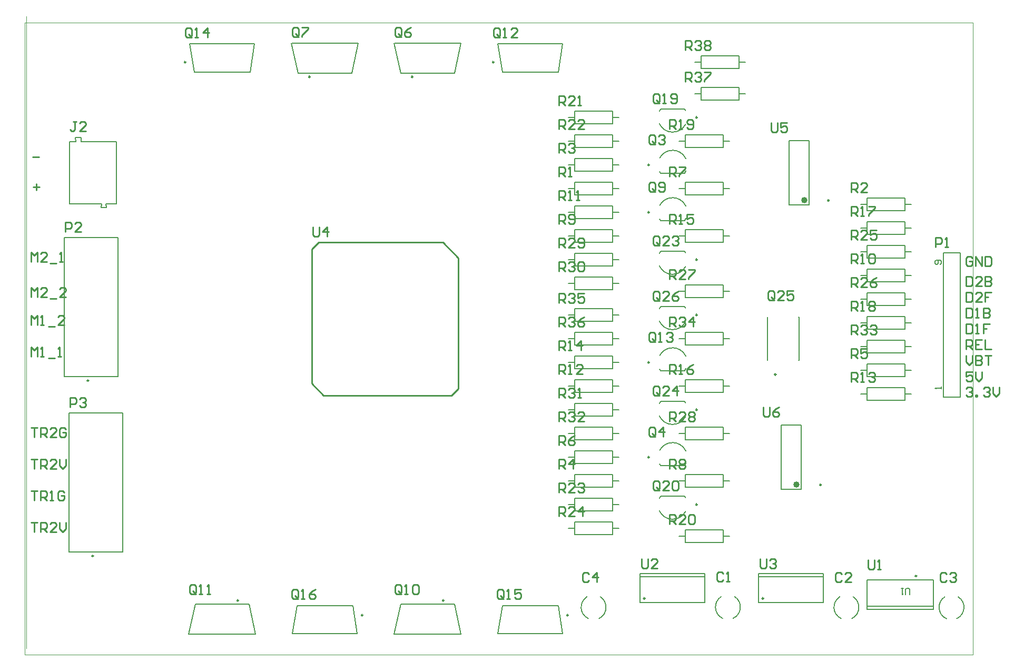
<source format=gto>
G04*
G04 #@! TF.GenerationSoftware,Altium Limited,Altium Designer,21.8.1 (53)*
G04*
G04 Layer_Color=65535*
%FSLAX43Y43*%
%MOMM*%
G71*
G04*
G04 #@! TF.SameCoordinates,8F43A1E2-94A4-4ABA-9861-1074310715B2*
G04*
G04*
G04 #@! TF.FilePolarity,Positive*
G04*
G01*
G75*
%ADD10C,0.250*%
%ADD11C,0.200*%
%ADD12C,0.500*%
%ADD13C,0.100*%
%ADD14C,0.254*%
%ADD15C,0.152*%
D10*
X143381Y12660D02*
G03*
X143381Y12660I-125J0D01*
G01*
X99715Y9060D02*
G03*
X99715Y9060I-125J0D01*
G01*
X118765D02*
G03*
X118765Y9060I-125J0D01*
G01*
X128017Y27305D02*
G03*
X128017Y27305I-125J0D01*
G01*
X129287Y73025D02*
G03*
X129287Y73025I-125J0D01*
G01*
X108115Y54610D02*
G03*
X108115Y54610I-125J0D01*
G01*
X120775Y45050D02*
G03*
X120775Y45050I-125J0D01*
G01*
X108115Y39370D02*
G03*
X108115Y39370I-125J0D01*
G01*
Y63500D02*
G03*
X108115Y63500I-125J0D01*
G01*
Y24130D02*
G03*
X108115Y24130I-125J0D01*
G01*
Y86360D02*
G03*
X108115Y86360I-125J0D01*
G01*
X54360Y6350D02*
G03*
X54360Y6350I-125J0D01*
G01*
X87380D02*
G03*
X87380Y6350I-125J0D01*
G01*
X25900Y95250D02*
G03*
X25900Y95250I-125J0D01*
G01*
X100415Y46990D02*
G03*
X100415Y46990I-125J0D01*
G01*
X75430Y95250D02*
G03*
X75430Y95250I-125J0D01*
G01*
X34375Y8715D02*
G03*
X34375Y8715I-125J0D01*
G01*
X67395D02*
G03*
X67395Y8715I-125J0D01*
G01*
X100415Y71120D02*
G03*
X100415Y71120I-125J0D01*
G01*
X45885Y92885D02*
G03*
X45885Y92885I-125J0D01*
G01*
X62395D02*
G03*
X62395Y92885I-125J0D01*
G01*
X100415Y31750D02*
G03*
X100415Y31750I-125J0D01*
G01*
Y78740D02*
G03*
X100415Y78740I-125J0D01*
G01*
X11047Y15876D02*
G03*
X11047Y15876I-125J0D01*
G01*
X10285Y44070D02*
G03*
X10285Y44070I-125J0D01*
G01*
D11*
X92272Y5801D02*
G03*
X92515Y9307I-832J1819D01*
G01*
X90365D02*
G03*
X90608Y5801I1075J-1687D01*
G01*
X113862Y5841D02*
G03*
X114105Y9347I-832J1819D01*
G01*
X111955D02*
G03*
X112198Y5841I1075J-1687D01*
G01*
X132912Y5801D02*
G03*
X133155Y9307I-832J1819D01*
G01*
X131005D02*
G03*
X131248Y5801I1075J-1687D01*
G01*
X102011Y53616D02*
G03*
X106217Y53510I2129J994D01*
G01*
X102206Y55945D02*
G03*
X102011Y55604I1934J-1335D01*
G01*
X106217Y55710D02*
G03*
X106074Y55945I-2077J-1100D01*
G01*
X102011Y38376D02*
G03*
X106217Y38270I2129J994D01*
G01*
X102206Y40705D02*
G03*
X102011Y40364I1934J-1335D01*
G01*
X106217Y40470D02*
G03*
X106074Y40705I-2077J-1100D01*
G01*
X102011Y62506D02*
G03*
X106217Y62400I2129J994D01*
G01*
X102206Y64835D02*
G03*
X102011Y64494I1934J-1335D01*
G01*
X106217Y64600D02*
G03*
X106074Y64835I-2077J-1100D01*
G01*
X102011Y23136D02*
G03*
X106217Y23030I2129J994D01*
G01*
X102206Y25465D02*
G03*
X102011Y25124I1934J-1335D01*
G01*
X106217Y25230D02*
G03*
X106074Y25465I-2077J-1100D01*
G01*
X102011Y85366D02*
G03*
X106217Y85260I2129J994D01*
G01*
X102206Y87695D02*
G03*
X102011Y87354I1934J-1335D01*
G01*
X106217Y87460D02*
G03*
X106074Y87695I-2077J-1100D01*
G01*
X106269Y47984D02*
G03*
X102063Y48090I-2129J-994D01*
G01*
X106074Y45655D02*
G03*
X106269Y45996I-1934J1335D01*
G01*
X102063Y45890D02*
G03*
X102206Y45655I2077J1100D01*
G01*
X106269Y72114D02*
G03*
X102063Y72220I-2129J-994D01*
G01*
X106074Y69785D02*
G03*
X106269Y70126I-1934J1335D01*
G01*
X102063Y70020D02*
G03*
X102206Y69785I2077J1100D01*
G01*
X106269Y32744D02*
G03*
X102063Y32850I-2129J-994D01*
G01*
X106074Y30415D02*
G03*
X106269Y30756I-1934J1335D01*
G01*
X102063Y30650D02*
G03*
X102206Y30415I2077J1100D01*
G01*
X106269Y79734D02*
G03*
X102063Y79840I-2129J-994D01*
G01*
X106074Y77405D02*
G03*
X106269Y77746I-1934J1335D01*
G01*
X102063Y77640D02*
G03*
X102206Y77405I2077J1100D01*
G01*
X147896Y9307D02*
G03*
X148139Y5801I1075J-1687D01*
G01*
X149803D02*
G03*
X150046Y9307I-832J1819D01*
G01*
X135366Y7810D02*
X146066D01*
X135366Y7310D02*
X146066D01*
X135366Y12010D02*
X146066D01*
Y7310D02*
Y12010D01*
X135366Y7310D02*
Y12010D01*
X98940Y13010D02*
X109340D01*
Y8410D02*
Y13010D01*
X98940Y8410D02*
X109340D01*
X98940D02*
Y13010D01*
Y12510D02*
X109340D01*
X117990Y13010D02*
X128390D01*
Y8410D02*
Y13010D01*
X117990Y8410D02*
X128390D01*
X117990D02*
Y13010D01*
Y12510D02*
X128390D01*
X147655Y64580D02*
X150345D01*
X147655Y41420D02*
Y64580D01*
Y41420D02*
X150345D01*
Y64580D01*
X94488Y39370D02*
X95504D01*
X87376D02*
X88392D01*
Y38354D02*
X94488D01*
Y40386D01*
X88392D02*
X94488D01*
X88392Y38354D02*
Y40386D01*
X134366Y41910D02*
X135382D01*
X141478D02*
X142494D01*
X135382Y42926D02*
X141478D01*
X135382Y40894D02*
Y42926D01*
Y40894D02*
X141478D01*
Y42926D01*
X105156Y67310D02*
X106172D01*
X112268D02*
X113284D01*
X106172Y68326D02*
X112268D01*
X106172Y66294D02*
Y68326D01*
Y66294D02*
X112268D01*
Y68326D01*
X94488Y71120D02*
X95504D01*
X87376D02*
X88392D01*
Y70104D02*
X94488D01*
Y72136D01*
X88392D02*
X94488D01*
X88392Y70104D02*
Y72136D01*
X134366Y60960D02*
X135382D01*
X141478D02*
X142494D01*
X135382Y61976D02*
X141478D01*
X135382Y59944D02*
Y61976D01*
Y59944D02*
X141478D01*
Y61976D01*
X87376Y43180D02*
X88392D01*
X94488D02*
X95504D01*
X88392Y44196D02*
X94488D01*
X88392Y42164D02*
Y44196D01*
Y42164D02*
X94488D01*
Y44196D01*
Y46990D02*
X95504D01*
X87376D02*
X88392D01*
Y45974D02*
X94488D01*
Y48006D01*
X88392D02*
X94488D01*
X88392Y45974D02*
Y48006D01*
X121591Y26600D02*
X124789D01*
X121591D02*
Y36900D01*
X124789D01*
Y26600D02*
Y36900D01*
X122861Y72320D02*
X126059D01*
X122861D02*
Y82620D01*
X126059D01*
Y72320D02*
Y82620D01*
X114808Y95250D02*
X115824D01*
X107696D02*
X108712D01*
Y94234D02*
X114808D01*
Y96266D01*
X108712D02*
X114808D01*
X108712Y94234D02*
Y96266D01*
X107696Y90170D02*
X108712D01*
X114808D02*
X115824D01*
X108712Y91186D02*
X114808D01*
X108712Y89154D02*
Y91186D01*
Y89154D02*
X114808D01*
Y91186D01*
X87376Y50800D02*
X88392D01*
X94488D02*
X95504D01*
X88392Y51816D02*
X94488D01*
X88392Y49784D02*
Y51816D01*
Y49784D02*
X94488D01*
Y51816D01*
Y54610D02*
X95504D01*
X87376D02*
X88392D01*
Y53594D02*
X94488D01*
Y55626D01*
X88392D02*
X94488D01*
X88392Y53594D02*
Y55626D01*
X105156Y50800D02*
X106172D01*
X112268D02*
X113284D01*
X106172Y51816D02*
X112268D01*
X106172Y49784D02*
Y51816D01*
Y49784D02*
X112268D01*
Y51816D01*
X134366Y49530D02*
X135382D01*
X141478D02*
X142494D01*
X135382Y50546D02*
X141478D01*
X135382Y48514D02*
Y50546D01*
Y48514D02*
X141478D01*
Y50546D01*
X87376Y35560D02*
X88392D01*
X94488D02*
X95504D01*
X88392Y36576D02*
X94488D01*
X88392Y34544D02*
Y36576D01*
Y34544D02*
X94488D01*
Y36576D01*
X87376Y59690D02*
X88392D01*
X94488D02*
X95504D01*
X88392Y60706D02*
X94488D01*
X88392Y58674D02*
Y60706D01*
Y58674D02*
X94488D01*
Y60706D01*
Y63500D02*
X95504D01*
X87376D02*
X88392D01*
Y62484D02*
X94488D01*
Y64516D01*
X88392D02*
X94488D01*
X88392Y62484D02*
Y64516D01*
X105156Y35560D02*
X106172D01*
X112268D02*
X113284D01*
X106172Y36576D02*
X112268D01*
X106172Y34544D02*
Y36576D01*
Y34544D02*
X112268D01*
Y36576D01*
X105156Y58420D02*
X106172D01*
X112268D02*
X113284D01*
X106172Y59436D02*
X112268D01*
X106172Y57404D02*
Y59436D01*
Y57404D02*
X112268D01*
Y59436D01*
X134366Y57150D02*
X135382D01*
X141478D02*
X142494D01*
X135382Y58166D02*
X141478D01*
X135382Y56134D02*
Y58166D01*
Y56134D02*
X141478D01*
Y58166D01*
X134366Y64770D02*
X135382D01*
X141478D02*
X142494D01*
X135382Y65786D02*
X141478D01*
X135382Y63754D02*
Y65786D01*
Y63754D02*
X141478D01*
Y65786D01*
X87376Y20320D02*
X88392D01*
X94488D02*
X95504D01*
X88392Y21336D02*
X94488D01*
X88392Y19304D02*
Y21336D01*
Y19304D02*
X94488D01*
Y21336D01*
Y24130D02*
X95504D01*
X87376D02*
X88392D01*
Y23114D02*
X94488D01*
Y25146D01*
X88392D02*
X94488D01*
X88392Y23114D02*
Y25146D01*
X87376Y82550D02*
X88392D01*
X94488D02*
X95504D01*
X88392Y83566D02*
X94488D01*
X88392Y81534D02*
Y83566D01*
Y81534D02*
X94488D01*
Y83566D01*
Y86360D02*
X95504D01*
X87376D02*
X88392D01*
Y85344D02*
X94488D01*
Y87376D01*
X88392D02*
X94488D01*
X88392Y85344D02*
Y87376D01*
X105156Y19050D02*
X106172D01*
X112268D02*
X113284D01*
X106172Y20066D02*
X112268D01*
X106172Y18034D02*
Y20066D01*
Y18034D02*
X112268D01*
Y20066D01*
X105156Y82550D02*
X106172D01*
X112268D02*
X113284D01*
X106172Y83566D02*
X112268D01*
X106172Y81534D02*
Y83566D01*
Y81534D02*
X112268D01*
Y83566D01*
X134366Y53340D02*
X135382D01*
X141478D02*
X142494D01*
X135382Y54356D02*
X141478D01*
X135382Y52324D02*
Y54356D01*
Y52324D02*
X141478D01*
Y54356D01*
X134366Y68580D02*
X135382D01*
X141478D02*
X142494D01*
X135382Y69596D02*
X141478D01*
X135382Y67564D02*
Y69596D01*
Y67564D02*
X141478D01*
Y69596D01*
X105156Y43180D02*
X106172D01*
X112268D02*
X113284D01*
X106172Y44196D02*
X112268D01*
X106172Y42164D02*
Y44196D01*
Y42164D02*
X112268D01*
Y44196D01*
X87376Y67310D02*
X88392D01*
X94488D02*
X95504D01*
X88392Y68326D02*
X94488D01*
X88392Y66294D02*
Y68326D01*
Y66294D02*
X94488D01*
Y68326D01*
X105156Y27940D02*
X106172D01*
X112268D02*
X113284D01*
X106172Y28956D02*
X112268D01*
X106172Y26924D02*
Y28956D01*
Y26924D02*
X112268D01*
Y28956D01*
X105156Y74930D02*
X106172D01*
X112268D02*
X113284D01*
X106172Y75946D02*
X112268D01*
X106172Y73914D02*
Y75946D01*
Y73914D02*
X112268D01*
Y75946D01*
X94488Y31750D02*
X95504D01*
X87376D02*
X88392D01*
Y30734D02*
X94488D01*
Y32766D01*
X88392D02*
X94488D01*
X88392Y30734D02*
Y32766D01*
X134366Y45720D02*
X135382D01*
X141478D02*
X142494D01*
X135382Y46736D02*
X141478D01*
X135382Y44704D02*
Y46736D01*
Y44704D02*
X141478D01*
Y46736D01*
X87376Y27940D02*
X88392D01*
X94488D02*
X95504D01*
X88392Y28956D02*
X94488D01*
X88392Y26924D02*
Y28956D01*
Y26924D02*
X94488D01*
Y28956D01*
Y78740D02*
X95504D01*
X87376D02*
X88392D01*
Y77724D02*
X94488D01*
Y79756D01*
X88392D02*
X94488D01*
X88392Y77724D02*
Y79756D01*
X134366Y72390D02*
X135382D01*
X141478D02*
X142494D01*
X135382Y73406D02*
X141478D01*
X135382Y71374D02*
Y73406D01*
Y71374D02*
X141478D01*
Y73406D01*
X87376Y74930D02*
X88392D01*
X94488D02*
X95504D01*
X88392Y75946D02*
X94488D01*
X88392Y73914D02*
Y75946D01*
Y73914D02*
X94488D01*
Y75946D01*
X102206Y55945D02*
X106074D01*
X119380Y47300D02*
Y54300D01*
X124415D02*
X124460D01*
X119380D02*
X119425D01*
X124460Y47300D02*
Y54300D01*
X124415Y47300D02*
X124460D01*
X119380D02*
X119425D01*
X102206Y40705D02*
X106074D01*
X102206Y64835D02*
X106074D01*
X102206Y25465D02*
X106074D01*
X102206Y87695D02*
X106074D01*
X43060Y3370D02*
X53460D01*
X52760Y7920D02*
X53460Y3370D01*
X43060D02*
X43760Y7920D01*
X52760D01*
X76080Y3370D02*
X86480D01*
X85780Y7920D02*
X86480Y3370D01*
X76080D02*
X76780Y7920D01*
X85780D01*
X26550Y98230D02*
X36950D01*
X26550D02*
X27250Y93680D01*
X36250D02*
X36950Y98230D01*
X27250Y93680D02*
X36250D01*
X102206Y45655D02*
X106074D01*
X76780Y93680D02*
X85780D01*
X86480Y98230D01*
X76080D02*
X76780Y93680D01*
X76080Y98230D02*
X86480D01*
X27450Y8155D02*
X36050D01*
X26375Y3325D02*
X27450Y8155D01*
X26425Y3325D02*
X37075D01*
X36050Y8155D02*
X37125Y3325D01*
X60470Y8155D02*
X69070D01*
X59395Y3325D02*
X60470Y8155D01*
X59445Y3325D02*
X70095D01*
X69070Y8155D02*
X70145Y3325D01*
X102206Y69785D02*
X106074D01*
X42885Y98275D02*
X43960Y93445D01*
X42935Y98275D02*
X53585D01*
X52560Y93445D02*
X53635Y98275D01*
X43960Y93445D02*
X52560D01*
X59395Y98275D02*
X60470Y93445D01*
X59445Y98275D02*
X70095D01*
X69070Y93445D02*
X70145Y98275D01*
X60470Y93445D02*
X69070D01*
X102206Y30415D02*
X106074D01*
X102206Y77405D02*
X106074D01*
X7122Y38846D02*
X15722D01*
Y16526D02*
Y38846D01*
X7122Y16526D02*
X15722D01*
X7122D02*
Y38846D01*
X6360Y67040D02*
X14960D01*
Y44720D02*
Y67040D01*
X6360Y44720D02*
X14960D01*
X6360D02*
Y67040D01*
X14730Y72510D02*
Y82510D01*
X12255Y71910D02*
X13105D01*
X12255D02*
X12330Y72510D01*
X13030D02*
X13105Y71910D01*
X13030Y72510D02*
X14730D01*
X7230D02*
Y82510D01*
Y72510D02*
X12330D01*
X8130Y83110D02*
X9080D01*
X8130D02*
X8180Y82510D01*
X9030D02*
X9080Y83110D01*
X7230Y82510D02*
X8180D01*
X9030D02*
X14730D01*
D12*
X124289Y27350D02*
G03*
X124289Y27350I-250J0D01*
G01*
X125559Y73070D02*
G03*
X125559Y73070I-250J0D01*
G01*
D13*
X253Y1041D02*
Y102641D01*
X0Y0D02*
X152400D01*
X0D02*
Y101600D01*
X152400Y0D02*
Y101600D01*
X0D02*
X152400D01*
D14*
X69720Y62090D02*
Y63790D01*
X67220Y66290D02*
X69720Y63790D01*
X47220Y66290D02*
X67220D01*
X46120Y65190D02*
X47220Y66290D01*
X46120Y43590D02*
Y65190D01*
Y43590D02*
X48020Y41690D01*
X68620D01*
X69720Y42790D01*
Y43190D01*
Y62590D01*
X151282Y42799D02*
X151536Y43053D01*
X152044D01*
X152298Y42799D01*
Y42545D01*
X152044Y42291D01*
X151790D01*
X152044D01*
X152298Y42037D01*
Y41783D01*
X152044Y41529D01*
X151536D01*
X151282Y41783D01*
X152806Y41529D02*
Y41783D01*
X153060D01*
Y41529D01*
X152806D01*
X154076Y42799D02*
X154329Y43053D01*
X154837D01*
X155091Y42799D01*
Y42545D01*
X154837Y42291D01*
X154583D01*
X154837D01*
X155091Y42037D01*
Y41783D01*
X154837Y41529D01*
X154329D01*
X154076Y41783D01*
X155599Y43053D02*
Y42037D01*
X156107Y41529D01*
X156615Y42037D01*
Y43053D01*
X151282Y48133D02*
Y47117D01*
X151790Y46609D01*
X152298Y47117D01*
Y48133D01*
X152806D02*
Y46609D01*
X153568D01*
X153822Y46863D01*
Y47117D01*
X153568Y47371D01*
X152806D01*
X153568D01*
X153822Y47625D01*
Y47879D01*
X153568Y48133D01*
X152806D01*
X154329D02*
X155345D01*
X154837D01*
Y46609D01*
X151282Y49149D02*
Y50673D01*
X152044D01*
X152298Y50419D01*
Y49911D01*
X152044Y49657D01*
X151282D01*
X151790D02*
X152298Y49149D01*
X153822Y50673D02*
X152806D01*
Y49149D01*
X153822D01*
X152806Y49911D02*
X153314D01*
X154329Y50673D02*
Y49149D01*
X155345D01*
X151282Y53213D02*
Y51689D01*
X152044D01*
X152298Y51943D01*
Y52959D01*
X152044Y53213D01*
X151282D01*
X152806Y51689D02*
X153314D01*
X153060D01*
Y53213D01*
X152806Y52959D01*
X155091Y53213D02*
X154076D01*
Y52451D01*
X154583D01*
X154076D01*
Y51689D01*
X151282Y55753D02*
Y54229D01*
X152044D01*
X152298Y54483D01*
Y55499D01*
X152044Y55753D01*
X151282D01*
X152806Y54229D02*
X153314D01*
X153060D01*
Y55753D01*
X152806Y55499D01*
X154076Y55753D02*
Y54229D01*
X154837D01*
X155091Y54483D01*
Y54737D01*
X154837Y54991D01*
X154076D01*
X154837D01*
X155091Y55245D01*
Y55499D01*
X154837Y55753D01*
X154076D01*
X151282Y58293D02*
Y56769D01*
X152044D01*
X152298Y57023D01*
Y58039D01*
X152044Y58293D01*
X151282D01*
X153822Y56769D02*
X152806D01*
X153822Y57785D01*
Y58039D01*
X153568Y58293D01*
X153060D01*
X152806Y58039D01*
X155345Y58293D02*
X154329D01*
Y57531D01*
X154837D01*
X154329D01*
Y56769D01*
X151282Y60833D02*
Y59309D01*
X152044D01*
X152298Y59563D01*
Y60579D01*
X152044Y60833D01*
X151282D01*
X153822Y59309D02*
X152806D01*
X153822Y60325D01*
Y60579D01*
X153568Y60833D01*
X153060D01*
X152806Y60579D01*
X154329Y60833D02*
Y59309D01*
X155091D01*
X155345Y59563D01*
Y59817D01*
X155091Y60071D01*
X154329D01*
X155091D01*
X155345Y60325D01*
Y60579D01*
X155091Y60833D01*
X154329D01*
X152298Y63754D02*
X152044Y64008D01*
X151536D01*
X151282Y63754D01*
Y62738D01*
X151536Y62484D01*
X152044D01*
X152298Y62738D01*
Y63246D01*
X151790D01*
X152806Y62484D02*
Y64008D01*
X153822Y62484D01*
Y64008D01*
X154329D02*
Y62484D01*
X155091D01*
X155345Y62738D01*
Y63754D01*
X155091Y64008D01*
X154329D01*
X152336Y45512D02*
X151320D01*
Y44750D01*
X151828Y45004D01*
X152082D01*
X152336Y44750D01*
Y44242D01*
X152082Y43988D01*
X151574D01*
X151320Y44242D01*
X152843Y45512D02*
Y44496D01*
X153351Y43988D01*
X153859Y44496D01*
Y45512D01*
X1067Y21285D02*
X2082D01*
X1575D01*
Y19761D01*
X2590D02*
Y21285D01*
X3352D01*
X3606Y21031D01*
Y20523D01*
X3352Y20269D01*
X2590D01*
X3098D02*
X3606Y19761D01*
X5129D02*
X4114D01*
X5129Y20777D01*
Y21031D01*
X4876Y21285D01*
X4368D01*
X4114Y21031D01*
X5637Y21285D02*
Y20269D01*
X6145Y19761D01*
X6653Y20269D01*
Y21285D01*
X1067Y26365D02*
X2082D01*
X1575D01*
Y24841D01*
X2590D02*
Y26365D01*
X3352D01*
X3606Y26111D01*
Y25603D01*
X3352Y25349D01*
X2590D01*
X3098D02*
X3606Y24841D01*
X4114D02*
X4622D01*
X4368D01*
Y26365D01*
X4114Y26111D01*
X6399D02*
X6145Y26365D01*
X5637D01*
X5383Y26111D01*
Y25095D01*
X5637Y24841D01*
X6145D01*
X6399Y25095D01*
Y25603D01*
X5891D01*
X1067Y31445D02*
X2082D01*
X1575D01*
Y29921D01*
X2590D02*
Y31445D01*
X3352D01*
X3606Y31191D01*
Y30683D01*
X3352Y30429D01*
X2590D01*
X3098D02*
X3606Y29921D01*
X5129D02*
X4114D01*
X5129Y30937D01*
Y31191D01*
X4876Y31445D01*
X4368D01*
X4114Y31191D01*
X5637Y31445D02*
Y30429D01*
X6145Y29921D01*
X6653Y30429D01*
Y31445D01*
X1067Y36525D02*
X2082D01*
X1575D01*
Y35001D01*
X2590D02*
Y36525D01*
X3352D01*
X3606Y36271D01*
Y35763D01*
X3352Y35509D01*
X2590D01*
X3098D02*
X3606Y35001D01*
X5129D02*
X4114D01*
X5129Y36017D01*
Y36271D01*
X4876Y36525D01*
X4368D01*
X4114Y36271D01*
X6653D02*
X6399Y36525D01*
X5891D01*
X5637Y36271D01*
Y35255D01*
X5891Y35001D01*
X6399D01*
X6653Y35255D01*
Y35763D01*
X6145D01*
X1067Y47955D02*
Y49479D01*
X1575Y48971D01*
X2082Y49479D01*
Y47955D01*
X2590D02*
X3098D01*
X2844D01*
Y49479D01*
X2590Y49225D01*
X3860Y47701D02*
X4876D01*
X5383Y47955D02*
X5891D01*
X5637D01*
Y49479D01*
X5383Y49225D01*
X1067Y53035D02*
Y54559D01*
X1575Y54051D01*
X2082Y54559D01*
Y53035D01*
X2590D02*
X3098D01*
X2844D01*
Y54559D01*
X2590Y54305D01*
X3860Y52781D02*
X4876D01*
X6399Y53035D02*
X5383D01*
X6399Y54051D01*
Y54305D01*
X6145Y54559D01*
X5637D01*
X5383Y54305D01*
X1067Y57480D02*
Y59004D01*
X1575Y58496D01*
X2082Y59004D01*
Y57480D01*
X3606D02*
X2590D01*
X3606Y58496D01*
Y58750D01*
X3352Y59004D01*
X2844D01*
X2590Y58750D01*
X4114Y57226D02*
X5129D01*
X6653Y57480D02*
X5637D01*
X6653Y58496D01*
Y58750D01*
X6399Y59004D01*
X5891D01*
X5637Y58750D01*
X1067Y63195D02*
Y64719D01*
X1575Y64211D01*
X2082Y64719D01*
Y63195D01*
X3606D02*
X2590D01*
X3606Y64211D01*
Y64465D01*
X3352Y64719D01*
X2844D01*
X2590Y64465D01*
X4114Y62941D02*
X5129D01*
X5637Y63195D02*
X6145D01*
X5891D01*
Y64719D01*
X5637Y64465D01*
X1270Y80010D02*
X2286D01*
X1397Y75209D02*
X2413D01*
X1905Y75717D02*
Y74701D01*
X135534Y15239D02*
Y13969D01*
X135788Y13715D01*
X136295D01*
X136549Y13969D01*
Y15239D01*
X137057Y13715D02*
X137565D01*
X137311D01*
Y15239D01*
X137057Y14985D01*
X118185Y15453D02*
Y14183D01*
X118439Y13929D01*
X118947D01*
X119201Y14183D01*
Y15453D01*
X119709Y15199D02*
X119963Y15453D01*
X120471D01*
X120725Y15199D01*
Y14945D01*
X120471Y14691D01*
X120217D01*
X120471D01*
X120725Y14437D01*
Y14183D01*
X120471Y13929D01*
X119963D01*
X119709Y14183D01*
X99135Y15442D02*
Y14172D01*
X99389Y13918D01*
X99897D01*
X100151Y14172D01*
Y15442D01*
X101675Y13918D02*
X100659D01*
X101675Y14934D01*
Y15188D01*
X101421Y15442D01*
X100913D01*
X100659Y15188D01*
X118693Y39826D02*
Y38556D01*
X118947Y38302D01*
X119455D01*
X119709Y38556D01*
Y39826D01*
X121233D02*
X120725Y39572D01*
X120217Y39064D01*
Y38556D01*
X120471Y38302D01*
X120979D01*
X121233Y38556D01*
Y38810D01*
X120979Y39064D01*
X120217D01*
X119963Y85546D02*
Y84276D01*
X120217Y84022D01*
X120725D01*
X120979Y84276D01*
Y85546D01*
X122503D02*
X121487D01*
Y84784D01*
X121995Y85038D01*
X122249D01*
X122503Y84784D01*
Y84276D01*
X122249Y84022D01*
X121741D01*
X121487Y84276D01*
X46303Y68757D02*
Y67487D01*
X46557Y67233D01*
X47065D01*
X47319Y67487D01*
Y68757D01*
X48589Y67233D02*
Y68757D01*
X47827Y67995D01*
X48843D01*
X106171Y97180D02*
Y98703D01*
X106933D01*
X107187Y98449D01*
Y97941D01*
X106933Y97687D01*
X106171D01*
X106679D02*
X107187Y97180D01*
X107695Y98449D02*
X107949Y98703D01*
X108456D01*
X108710Y98449D01*
Y98195D01*
X108456Y97941D01*
X108203D01*
X108456D01*
X108710Y97687D01*
Y97434D01*
X108456Y97180D01*
X107949D01*
X107695Y97434D01*
X109218Y98449D02*
X109472Y98703D01*
X109980D01*
X110234Y98449D01*
Y98195D01*
X109980Y97941D01*
X110234Y97687D01*
Y97434D01*
X109980Y97180D01*
X109472D01*
X109218Y97434D01*
Y97687D01*
X109472Y97941D01*
X109218Y98195D01*
Y98449D01*
X109472Y97941D02*
X109980D01*
X106171Y92100D02*
Y93623D01*
X106933D01*
X107187Y93369D01*
Y92861D01*
X106933Y92607D01*
X106171D01*
X106679D02*
X107187Y92100D01*
X107695Y93369D02*
X107949Y93623D01*
X108456D01*
X108710Y93369D01*
Y93115D01*
X108456Y92861D01*
X108203D01*
X108456D01*
X108710Y92607D01*
Y92354D01*
X108456Y92100D01*
X107949D01*
X107695Y92354D01*
X109218Y93623D02*
X110234D01*
Y93369D01*
X109218Y92354D01*
Y92100D01*
X85851Y52730D02*
Y54253D01*
X86613D01*
X86867Y53999D01*
Y53491D01*
X86613Y53237D01*
X85851D01*
X86359D02*
X86867Y52730D01*
X87375Y53999D02*
X87629Y54253D01*
X88136D01*
X88390Y53999D01*
Y53745D01*
X88136Y53491D01*
X87883D01*
X88136D01*
X88390Y53237D01*
Y52984D01*
X88136Y52730D01*
X87629D01*
X87375Y52984D01*
X89914Y54253D02*
X89406Y53999D01*
X88898Y53491D01*
Y52984D01*
X89152Y52730D01*
X89660D01*
X89914Y52984D01*
Y53237D01*
X89660Y53491D01*
X88898D01*
X85851Y56540D02*
Y58063D01*
X86613D01*
X86867Y57809D01*
Y57301D01*
X86613Y57047D01*
X85851D01*
X86359D02*
X86867Y56540D01*
X87375Y57809D02*
X87629Y58063D01*
X88136D01*
X88390Y57809D01*
Y57555D01*
X88136Y57301D01*
X87883D01*
X88136D01*
X88390Y57047D01*
Y56794D01*
X88136Y56540D01*
X87629D01*
X87375Y56794D01*
X89914Y58063D02*
X88898D01*
Y57301D01*
X89406Y57555D01*
X89660D01*
X89914Y57301D01*
Y56794D01*
X89660Y56540D01*
X89152D01*
X88898Y56794D01*
X103631Y52730D02*
Y54253D01*
X104393D01*
X104647Y53999D01*
Y53491D01*
X104393Y53237D01*
X103631D01*
X104139D02*
X104647Y52730D01*
X105155Y53999D02*
X105409Y54253D01*
X105916D01*
X106170Y53999D01*
Y53745D01*
X105916Y53491D01*
X105663D01*
X105916D01*
X106170Y53237D01*
Y52984D01*
X105916Y52730D01*
X105409D01*
X105155Y52984D01*
X107440Y52730D02*
Y54253D01*
X106678Y53491D01*
X107694D01*
X132841Y51460D02*
Y52983D01*
X133603D01*
X133857Y52729D01*
Y52221D01*
X133603Y51967D01*
X132841D01*
X133349D02*
X133857Y51460D01*
X134365Y52729D02*
X134619Y52983D01*
X135126D01*
X135380Y52729D01*
Y52475D01*
X135126Y52221D01*
X134873D01*
X135126D01*
X135380Y51967D01*
Y51714D01*
X135126Y51460D01*
X134619D01*
X134365Y51714D01*
X135888Y52729D02*
X136142Y52983D01*
X136650D01*
X136904Y52729D01*
Y52475D01*
X136650Y52221D01*
X136396D01*
X136650D01*
X136904Y51967D01*
Y51714D01*
X136650Y51460D01*
X136142D01*
X135888Y51714D01*
X85851Y37490D02*
Y39013D01*
X86613D01*
X86867Y38759D01*
Y38251D01*
X86613Y37997D01*
X85851D01*
X86359D02*
X86867Y37490D01*
X87375Y38759D02*
X87629Y39013D01*
X88136D01*
X88390Y38759D01*
Y38505D01*
X88136Y38251D01*
X87883D01*
X88136D01*
X88390Y37997D01*
Y37744D01*
X88136Y37490D01*
X87629D01*
X87375Y37744D01*
X89914Y37490D02*
X88898D01*
X89914Y38505D01*
Y38759D01*
X89660Y39013D01*
X89152D01*
X88898Y38759D01*
X85851Y41300D02*
Y42823D01*
X86613D01*
X86867Y42569D01*
Y42061D01*
X86613Y41807D01*
X85851D01*
X86359D02*
X86867Y41300D01*
X87375Y42569D02*
X87629Y42823D01*
X88136D01*
X88390Y42569D01*
Y42315D01*
X88136Y42061D01*
X87883D01*
X88136D01*
X88390Y41807D01*
Y41554D01*
X88136Y41300D01*
X87629D01*
X87375Y41554D01*
X88898Y41300D02*
X89406D01*
X89152D01*
Y42823D01*
X88898Y42569D01*
X85851Y61620D02*
Y63143D01*
X86613D01*
X86867Y62889D01*
Y62381D01*
X86613Y62127D01*
X85851D01*
X86359D02*
X86867Y61620D01*
X87375Y62889D02*
X87629Y63143D01*
X88136D01*
X88390Y62889D01*
Y62635D01*
X88136Y62381D01*
X87883D01*
X88136D01*
X88390Y62127D01*
Y61874D01*
X88136Y61620D01*
X87629D01*
X87375Y61874D01*
X88898Y62889D02*
X89152Y63143D01*
X89660D01*
X89914Y62889D01*
Y61874D01*
X89660Y61620D01*
X89152D01*
X88898Y61874D01*
Y62889D01*
X85851Y65430D02*
Y66953D01*
X86613D01*
X86867Y66699D01*
Y66191D01*
X86613Y65937D01*
X85851D01*
X86359D02*
X86867Y65430D01*
X88390D02*
X87375D01*
X88390Y66445D01*
Y66699D01*
X88136Y66953D01*
X87629D01*
X87375Y66699D01*
X88898Y65684D02*
X89152Y65430D01*
X89660D01*
X89914Y65684D01*
Y66699D01*
X89660Y66953D01*
X89152D01*
X88898Y66699D01*
Y66445D01*
X89152Y66191D01*
X89914D01*
X103631Y37490D02*
Y39013D01*
X104393D01*
X104647Y38759D01*
Y38251D01*
X104393Y37997D01*
X103631D01*
X104139D02*
X104647Y37490D01*
X106170D02*
X105155D01*
X106170Y38505D01*
Y38759D01*
X105916Y39013D01*
X105409D01*
X105155Y38759D01*
X106678D02*
X106932Y39013D01*
X107440D01*
X107694Y38759D01*
Y38505D01*
X107440Y38251D01*
X107694Y37997D01*
Y37744D01*
X107440Y37490D01*
X106932D01*
X106678Y37744D01*
Y37997D01*
X106932Y38251D01*
X106678Y38505D01*
Y38759D01*
X106932Y38251D02*
X107440D01*
X103631Y60350D02*
Y61873D01*
X104393D01*
X104647Y61619D01*
Y61111D01*
X104393Y60857D01*
X103631D01*
X104139D02*
X104647Y60350D01*
X106170D02*
X105155D01*
X106170Y61365D01*
Y61619D01*
X105916Y61873D01*
X105409D01*
X105155Y61619D01*
X106678Y61873D02*
X107694D01*
Y61619D01*
X106678Y60604D01*
Y60350D01*
X132841Y59080D02*
Y60603D01*
X133603D01*
X133857Y60349D01*
Y59841D01*
X133603Y59587D01*
X132841D01*
X133349D02*
X133857Y59080D01*
X135380D02*
X134365D01*
X135380Y60095D01*
Y60349D01*
X135126Y60603D01*
X134619D01*
X134365Y60349D01*
X136904Y60603D02*
X136396Y60349D01*
X135888Y59841D01*
Y59334D01*
X136142Y59080D01*
X136650D01*
X136904Y59334D01*
Y59587D01*
X136650Y59841D01*
X135888D01*
X132841Y66700D02*
Y68223D01*
X133603D01*
X133857Y67969D01*
Y67461D01*
X133603Y67207D01*
X132841D01*
X133349D02*
X133857Y66700D01*
X135380D02*
X134365D01*
X135380Y67715D01*
Y67969D01*
X135126Y68223D01*
X134619D01*
X134365Y67969D01*
X136904Y68223D02*
X135888D01*
Y67461D01*
X136396Y67715D01*
X136650D01*
X136904Y67461D01*
Y66954D01*
X136650Y66700D01*
X136142D01*
X135888Y66954D01*
X85851Y22250D02*
Y23773D01*
X86613D01*
X86867Y23519D01*
Y23011D01*
X86613Y22757D01*
X85851D01*
X86359D02*
X86867Y22250D01*
X88390D02*
X87375D01*
X88390Y23265D01*
Y23519D01*
X88136Y23773D01*
X87629D01*
X87375Y23519D01*
X89660Y22250D02*
Y23773D01*
X88898Y23011D01*
X89914D01*
X85851Y26060D02*
Y27583D01*
X86613D01*
X86867Y27329D01*
Y26821D01*
X86613Y26567D01*
X85851D01*
X86359D02*
X86867Y26060D01*
X88390D02*
X87375D01*
X88390Y27075D01*
Y27329D01*
X88136Y27583D01*
X87629D01*
X87375Y27329D01*
X88898D02*
X89152Y27583D01*
X89660D01*
X89914Y27329D01*
Y27075D01*
X89660Y26821D01*
X89406D01*
X89660D01*
X89914Y26567D01*
Y26314D01*
X89660Y26060D01*
X89152D01*
X88898Y26314D01*
X85851Y84480D02*
Y86003D01*
X86613D01*
X86867Y85749D01*
Y85241D01*
X86613Y84987D01*
X85851D01*
X86359D02*
X86867Y84480D01*
X88390D02*
X87375D01*
X88390Y85495D01*
Y85749D01*
X88136Y86003D01*
X87629D01*
X87375Y85749D01*
X89914Y84480D02*
X88898D01*
X89914Y85495D01*
Y85749D01*
X89660Y86003D01*
X89152D01*
X88898Y85749D01*
X85851Y88290D02*
Y89813D01*
X86613D01*
X86867Y89559D01*
Y89051D01*
X86613Y88797D01*
X85851D01*
X86359D02*
X86867Y88290D01*
X88390D02*
X87375D01*
X88390Y89305D01*
Y89559D01*
X88136Y89813D01*
X87629D01*
X87375Y89559D01*
X88898Y88290D02*
X89406D01*
X89152D01*
Y89813D01*
X88898Y89559D01*
X103631Y20980D02*
Y22503D01*
X104393D01*
X104647Y22249D01*
Y21741D01*
X104393Y21487D01*
X103631D01*
X104139D02*
X104647Y20980D01*
X106170D02*
X105155D01*
X106170Y21995D01*
Y22249D01*
X105916Y22503D01*
X105409D01*
X105155Y22249D01*
X106678D02*
X106932Y22503D01*
X107440D01*
X107694Y22249D01*
Y21234D01*
X107440Y20980D01*
X106932D01*
X106678Y21234D01*
Y22249D01*
X103631Y84480D02*
Y86003D01*
X104393D01*
X104647Y85749D01*
Y85241D01*
X104393Y84987D01*
X103631D01*
X104139D02*
X104647Y84480D01*
X105155D02*
X105663D01*
X105409D01*
Y86003D01*
X105155Y85749D01*
X106424Y84734D02*
X106678Y84480D01*
X107186D01*
X107440Y84734D01*
Y85749D01*
X107186Y86003D01*
X106678D01*
X106424Y85749D01*
Y85495D01*
X106678Y85241D01*
X107440D01*
X132841Y55270D02*
Y56793D01*
X133603D01*
X133857Y56539D01*
Y56031D01*
X133603Y55777D01*
X132841D01*
X133349D02*
X133857Y55270D01*
X134365D02*
X134873D01*
X134619D01*
Y56793D01*
X134365Y56539D01*
X135634D02*
X135888Y56793D01*
X136396D01*
X136650Y56539D01*
Y56285D01*
X136396Y56031D01*
X136650Y55777D01*
Y55524D01*
X136396Y55270D01*
X135888D01*
X135634Y55524D01*
Y55777D01*
X135888Y56031D01*
X135634Y56285D01*
Y56539D01*
X135888Y56031D02*
X136396D01*
X132841Y70510D02*
Y72033D01*
X133603D01*
X133857Y71779D01*
Y71271D01*
X133603Y71017D01*
X132841D01*
X133349D02*
X133857Y70510D01*
X134365D02*
X134873D01*
X134619D01*
Y72033D01*
X134365Y71779D01*
X135634Y72033D02*
X136650D01*
Y71779D01*
X135634Y70764D01*
Y70510D01*
X103631Y45110D02*
Y46633D01*
X104393D01*
X104647Y46379D01*
Y45871D01*
X104393Y45617D01*
X103631D01*
X104139D02*
X104647Y45110D01*
X105155D02*
X105663D01*
X105409D01*
Y46633D01*
X105155Y46379D01*
X107440Y46633D02*
X106932Y46379D01*
X106424Y45871D01*
Y45364D01*
X106678Y45110D01*
X107186D01*
X107440Y45364D01*
Y45617D01*
X107186Y45871D01*
X106424D01*
X103631Y69240D02*
Y70763D01*
X104393D01*
X104647Y70509D01*
Y70001D01*
X104393Y69747D01*
X103631D01*
X104139D02*
X104647Y69240D01*
X105155D02*
X105663D01*
X105409D01*
Y70763D01*
X105155Y70509D01*
X107440Y70763D02*
X106424D01*
Y70001D01*
X106932Y70255D01*
X107186D01*
X107440Y70001D01*
Y69494D01*
X107186Y69240D01*
X106678D01*
X106424Y69494D01*
X85851Y48920D02*
Y50443D01*
X86613D01*
X86867Y50189D01*
Y49681D01*
X86613Y49427D01*
X85851D01*
X86359D02*
X86867Y48920D01*
X87375D02*
X87883D01*
X87629D01*
Y50443D01*
X87375Y50189D01*
X89406Y48920D02*
Y50443D01*
X88644Y49681D01*
X89660D01*
X132841Y43840D02*
Y45363D01*
X133603D01*
X133857Y45109D01*
Y44601D01*
X133603Y44347D01*
X132841D01*
X133349D02*
X133857Y43840D01*
X134365D02*
X134873D01*
X134619D01*
Y45363D01*
X134365Y45109D01*
X135634D02*
X135888Y45363D01*
X136396D01*
X136650Y45109D01*
Y44855D01*
X136396Y44601D01*
X136142D01*
X136396D01*
X136650Y44347D01*
Y44094D01*
X136396Y43840D01*
X135888D01*
X135634Y44094D01*
X85851Y45110D02*
Y46633D01*
X86613D01*
X86867Y46379D01*
Y45871D01*
X86613Y45617D01*
X85851D01*
X86359D02*
X86867Y45110D01*
X87375D02*
X87883D01*
X87629D01*
Y46633D01*
X87375Y46379D01*
X89660Y45110D02*
X88644D01*
X89660Y46125D01*
Y46379D01*
X89406Y46633D01*
X88898D01*
X88644Y46379D01*
X85851Y73050D02*
Y74573D01*
X86613D01*
X86867Y74319D01*
Y73811D01*
X86613Y73557D01*
X85851D01*
X86359D02*
X86867Y73050D01*
X87375D02*
X87883D01*
X87629D01*
Y74573D01*
X87375Y74319D01*
X88644Y73050D02*
X89152D01*
X88898D01*
Y74573D01*
X88644Y74319D01*
X132841Y62890D02*
Y64413D01*
X133603D01*
X133857Y64159D01*
Y63651D01*
X133603Y63397D01*
X132841D01*
X133349D02*
X133857Y62890D01*
X134365D02*
X134873D01*
X134619D01*
Y64413D01*
X134365Y64159D01*
X135634D02*
X135888Y64413D01*
X136396D01*
X136650Y64159D01*
Y63144D01*
X136396Y62890D01*
X135888D01*
X135634Y63144D01*
Y64159D01*
X85851Y69240D02*
Y70763D01*
X86613D01*
X86867Y70509D01*
Y70001D01*
X86613Y69747D01*
X85851D01*
X86359D02*
X86867Y69240D01*
X87375Y69494D02*
X87629Y69240D01*
X88136D01*
X88390Y69494D01*
Y70509D01*
X88136Y70763D01*
X87629D01*
X87375Y70509D01*
Y70255D01*
X87629Y70001D01*
X88390D01*
X103631Y29870D02*
Y31393D01*
X104393D01*
X104647Y31139D01*
Y30631D01*
X104393Y30377D01*
X103631D01*
X104139D02*
X104647Y29870D01*
X105155Y31139D02*
X105409Y31393D01*
X105916D01*
X106170Y31139D01*
Y30885D01*
X105916Y30631D01*
X106170Y30377D01*
Y30124D01*
X105916Y29870D01*
X105409D01*
X105155Y30124D01*
Y30377D01*
X105409Y30631D01*
X105155Y30885D01*
Y31139D01*
X105409Y30631D02*
X105916D01*
X103631Y76860D02*
Y78383D01*
X104393D01*
X104647Y78129D01*
Y77621D01*
X104393Y77367D01*
X103631D01*
X104139D02*
X104647Y76860D01*
X105155Y78383D02*
X106170D01*
Y78129D01*
X105155Y77114D01*
Y76860D01*
X85851Y33680D02*
Y35203D01*
X86613D01*
X86867Y34949D01*
Y34441D01*
X86613Y34187D01*
X85851D01*
X86359D02*
X86867Y33680D01*
X88390Y35203D02*
X87883Y34949D01*
X87375Y34441D01*
Y33934D01*
X87629Y33680D01*
X88136D01*
X88390Y33934D01*
Y34187D01*
X88136Y34441D01*
X87375D01*
X132841Y47650D02*
Y49173D01*
X133603D01*
X133857Y48919D01*
Y48411D01*
X133603Y48157D01*
X132841D01*
X133349D02*
X133857Y47650D01*
X135380Y49173D02*
X134365D01*
Y48411D01*
X134873Y48665D01*
X135126D01*
X135380Y48411D01*
Y47904D01*
X135126Y47650D01*
X134619D01*
X134365Y47904D01*
X85851Y29870D02*
Y31393D01*
X86613D01*
X86867Y31139D01*
Y30631D01*
X86613Y30377D01*
X85851D01*
X86359D02*
X86867Y29870D01*
X88136D02*
Y31393D01*
X87375Y30631D01*
X88390D01*
X85851Y80670D02*
Y82193D01*
X86613D01*
X86867Y81939D01*
Y81431D01*
X86613Y81177D01*
X85851D01*
X86359D02*
X86867Y80670D01*
X87375Y81939D02*
X87629Y82193D01*
X88136D01*
X88390Y81939D01*
Y81685D01*
X88136Y81431D01*
X87883D01*
X88136D01*
X88390Y81177D01*
Y80924D01*
X88136Y80670D01*
X87629D01*
X87375Y80924D01*
X132841Y74320D02*
Y75843D01*
X133603D01*
X133857Y75589D01*
Y75081D01*
X133603Y74827D01*
X132841D01*
X133349D02*
X133857Y74320D01*
X135380D02*
X134365D01*
X135380Y75335D01*
Y75589D01*
X135126Y75843D01*
X134619D01*
X134365Y75589D01*
X85851Y76860D02*
Y78383D01*
X86613D01*
X86867Y78129D01*
Y77621D01*
X86613Y77367D01*
X85851D01*
X86359D02*
X86867Y76860D01*
X87375D02*
X87883D01*
X87629D01*
Y78383D01*
X87375Y78129D01*
X102031Y57124D02*
Y58139D01*
X101777Y58393D01*
X101269D01*
X101015Y58139D01*
Y57124D01*
X101269Y56870D01*
X101777D01*
X101523Y57378D02*
X102031Y56870D01*
X101777D02*
X102031Y57124D01*
X103554Y56870D02*
X102539D01*
X103554Y57885D01*
Y58139D01*
X103300Y58393D01*
X102792D01*
X102539Y58139D01*
X105078Y58393D02*
X104570Y58139D01*
X104062Y57632D01*
Y57124D01*
X104316Y56870D01*
X104824D01*
X105078Y57124D01*
Y57378D01*
X104824Y57632D01*
X104062D01*
X120496Y57276D02*
Y58292D01*
X120243Y58546D01*
X119735D01*
X119481Y58292D01*
Y57276D01*
X119735Y57022D01*
X120243D01*
X119989Y57530D02*
X120496Y57022D01*
X120243D02*
X120496Y57276D01*
X122020Y57022D02*
X121004D01*
X122020Y58038D01*
Y58292D01*
X121766Y58546D01*
X121258D01*
X121004Y58292D01*
X123543Y58546D02*
X122528D01*
Y57784D01*
X123036Y58038D01*
X123290D01*
X123543Y57784D01*
Y57276D01*
X123290Y57022D01*
X122782D01*
X122528Y57276D01*
X102031Y41884D02*
Y42899D01*
X101777Y43153D01*
X101269D01*
X101015Y42899D01*
Y41884D01*
X101269Y41630D01*
X101777D01*
X101523Y42138D02*
X102031Y41630D01*
X101777D02*
X102031Y41884D01*
X103554Y41630D02*
X102539D01*
X103554Y42645D01*
Y42899D01*
X103300Y43153D01*
X102792D01*
X102539Y42899D01*
X104824Y41630D02*
Y43153D01*
X104062Y42392D01*
X105078D01*
X102031Y66014D02*
Y67029D01*
X101777Y67283D01*
X101269D01*
X101015Y67029D01*
Y66014D01*
X101269Y65760D01*
X101777D01*
X101523Y66268D02*
X102031Y65760D01*
X101777D02*
X102031Y66014D01*
X103554Y65760D02*
X102539D01*
X103554Y66775D01*
Y67029D01*
X103300Y67283D01*
X102792D01*
X102539Y67029D01*
X104062D02*
X104316Y67283D01*
X104824D01*
X105078Y67029D01*
Y66775D01*
X104824Y66522D01*
X104570D01*
X104824D01*
X105078Y66268D01*
Y66014D01*
X104824Y65760D01*
X104316D01*
X104062Y66014D01*
X102031Y26644D02*
Y27659D01*
X101777Y27913D01*
X101269D01*
X101015Y27659D01*
Y26644D01*
X101269Y26390D01*
X101777D01*
X101523Y26898D02*
X102031Y26390D01*
X101777D02*
X102031Y26644D01*
X103554Y26390D02*
X102539D01*
X103554Y27405D01*
Y27659D01*
X103300Y27913D01*
X102792D01*
X102539Y27659D01*
X104062D02*
X104316Y27913D01*
X104824D01*
X105078Y27659D01*
Y26644D01*
X104824Y26390D01*
X104316D01*
X104062Y26644D01*
Y27659D01*
X102031Y88874D02*
Y89889D01*
X101777Y90143D01*
X101269D01*
X101015Y89889D01*
Y88874D01*
X101269Y88620D01*
X101777D01*
X101523Y89128D02*
X102031Y88620D01*
X101777D02*
X102031Y88874D01*
X102539Y88620D02*
X103046D01*
X102792D01*
Y90143D01*
X102539Y89889D01*
X103808Y88874D02*
X104062Y88620D01*
X104570D01*
X104824Y88874D01*
Y89889D01*
X104570Y90143D01*
X104062D01*
X103808Y89889D01*
Y89635D01*
X104062Y89382D01*
X104824D01*
X43941Y9194D02*
Y10210D01*
X43687Y10464D01*
X43179D01*
X42925Y10210D01*
Y9194D01*
X43179Y8940D01*
X43687D01*
X43433Y9448D02*
X43941Y8940D01*
X43687D02*
X43941Y9194D01*
X44449Y8940D02*
X44957D01*
X44703D01*
Y10464D01*
X44449Y10210D01*
X46734Y10464D02*
X46226Y10210D01*
X45718Y9702D01*
Y9194D01*
X45972Y8940D01*
X46480D01*
X46734Y9194D01*
Y9448D01*
X46480Y9702D01*
X45718D01*
X76961Y9194D02*
Y10210D01*
X76707Y10464D01*
X76199D01*
X75945Y10210D01*
Y9194D01*
X76199Y8940D01*
X76707D01*
X76453Y9448D02*
X76961Y8940D01*
X76707D02*
X76961Y9194D01*
X77469Y8940D02*
X77977D01*
X77723D01*
Y10464D01*
X77469Y10210D01*
X79754Y10464D02*
X78738D01*
Y9702D01*
X79246Y9956D01*
X79500D01*
X79754Y9702D01*
Y9194D01*
X79500Y8940D01*
X78992D01*
X78738Y9194D01*
X26847Y99491D02*
Y100507D01*
X26593Y100761D01*
X26085D01*
X25831Y100507D01*
Y99491D01*
X26085Y99237D01*
X26593D01*
X26339Y99745D02*
X26847Y99237D01*
X26593D02*
X26847Y99491D01*
X27355Y99237D02*
X27862D01*
X27608D01*
Y100761D01*
X27355Y100507D01*
X29386Y99237D02*
Y100761D01*
X28624Y99999D01*
X29640D01*
X101370Y50520D02*
Y51535D01*
X101116Y51789D01*
X100609D01*
X100355Y51535D01*
Y50520D01*
X100609Y50266D01*
X101116D01*
X100862Y50774D02*
X101370Y50266D01*
X101116D02*
X101370Y50520D01*
X101878Y50266D02*
X102386D01*
X102132D01*
Y51789D01*
X101878Y51535D01*
X103148D02*
X103402Y51789D01*
X103909D01*
X104163Y51535D01*
Y51281D01*
X103909Y51028D01*
X103656D01*
X103909D01*
X104163Y50774D01*
Y50520D01*
X103909Y50266D01*
X103402D01*
X103148Y50520D01*
X76377Y99491D02*
Y100507D01*
X76123Y100761D01*
X75615D01*
X75361Y100507D01*
Y99491D01*
X75615Y99237D01*
X76123D01*
X75869Y99745D02*
X76377Y99237D01*
X76123D02*
X76377Y99491D01*
X76885Y99237D02*
X77392D01*
X77138D01*
Y100761D01*
X76885Y100507D01*
X79170Y99237D02*
X78154D01*
X79170Y100253D01*
Y100507D01*
X78916Y100761D01*
X78408D01*
X78154Y100507D01*
X27507Y10032D02*
Y11048D01*
X27253Y11302D01*
X26745D01*
X26491Y11048D01*
Y10032D01*
X26745Y9778D01*
X27253D01*
X26999Y10286D02*
X27507Y9778D01*
X27253D02*
X27507Y10032D01*
X28015Y9778D02*
X28523D01*
X28269D01*
Y11302D01*
X28015Y11048D01*
X29285Y9778D02*
X29792D01*
X29538D01*
Y11302D01*
X29285Y11048D01*
X60527Y10032D02*
Y11048D01*
X60273Y11302D01*
X59765D01*
X59511Y11048D01*
Y10032D01*
X59765Y9778D01*
X60273D01*
X60019Y10286D02*
X60527Y9778D01*
X60273D02*
X60527Y10032D01*
X61035Y9778D02*
X61543D01*
X61289D01*
Y11302D01*
X61035Y11048D01*
X62305D02*
X62558Y11302D01*
X63066D01*
X63320Y11048D01*
Y10032D01*
X63066Y9778D01*
X62558D01*
X62305Y10032D01*
Y11048D01*
X101370Y74650D02*
Y75665D01*
X101116Y75919D01*
X100609D01*
X100355Y75665D01*
Y74650D01*
X100609Y74396D01*
X101116D01*
X100862Y74904D02*
X101370Y74396D01*
X101116D02*
X101370Y74650D01*
X101878D02*
X102132Y74396D01*
X102640D01*
X102894Y74650D01*
Y75665D01*
X102640Y75919D01*
X102132D01*
X101878Y75665D01*
Y75411D01*
X102132Y75158D01*
X102894D01*
X44017Y99542D02*
Y100557D01*
X43763Y100811D01*
X43255D01*
X43001Y100557D01*
Y99542D01*
X43255Y99288D01*
X43763D01*
X43509Y99796D02*
X44017Y99288D01*
X43763D02*
X44017Y99542D01*
X44525Y100811D02*
X45541D01*
Y100557D01*
X44525Y99542D01*
Y99288D01*
X60527Y99542D02*
Y100557D01*
X60273Y100811D01*
X59765D01*
X59511Y100557D01*
Y99542D01*
X59765Y99288D01*
X60273D01*
X60019Y99796D02*
X60527Y99288D01*
X60273D02*
X60527Y99542D01*
X62051Y100811D02*
X61543Y100557D01*
X61035Y100050D01*
Y99542D01*
X61289Y99288D01*
X61797D01*
X62051Y99542D01*
Y99796D01*
X61797Y100050D01*
X61035D01*
X101370Y35280D02*
Y36295D01*
X101116Y36549D01*
X100609D01*
X100355Y36295D01*
Y35280D01*
X100609Y35026D01*
X101116D01*
X100862Y35534D02*
X101370Y35026D01*
X101116D02*
X101370Y35280D01*
X102640Y35026D02*
Y36549D01*
X101878Y35788D01*
X102894D01*
X101370Y82270D02*
Y83285D01*
X101116Y83539D01*
X100609D01*
X100355Y83285D01*
Y82270D01*
X100609Y82016D01*
X101116D01*
X100862Y82524D02*
X101370Y82016D01*
X101116D02*
X101370Y82270D01*
X101878Y83285D02*
X102132Y83539D01*
X102640D01*
X102894Y83285D01*
Y83031D01*
X102640Y82778D01*
X102386D01*
X102640D01*
X102894Y82524D01*
Y82270D01*
X102640Y82016D01*
X102132D01*
X101878Y82270D01*
X7289Y39776D02*
Y41299D01*
X8051D01*
X8305Y41045D01*
Y40537D01*
X8051Y40283D01*
X7289D01*
X8813Y41045D02*
X9066Y41299D01*
X9574D01*
X9828Y41045D01*
Y40791D01*
X9574Y40537D01*
X9320D01*
X9574D01*
X9828Y40283D01*
Y40030D01*
X9574Y39776D01*
X9066D01*
X8813Y40030D01*
X6527Y67970D02*
Y69493D01*
X7289D01*
X7543Y69239D01*
Y68731D01*
X7289Y68477D01*
X6527D01*
X9066Y67970D02*
X8051D01*
X9066Y68985D01*
Y69239D01*
X8812Y69493D01*
X8304D01*
X8051Y69239D01*
X146380Y65557D02*
Y67081D01*
X147142D01*
X147396Y66827D01*
Y66319D01*
X147142Y66065D01*
X146380D01*
X147904Y65557D02*
X148412D01*
X148158D01*
Y67081D01*
X147904Y66827D01*
X8330Y85673D02*
X7822D01*
X8076D01*
Y84403D01*
X7822Y84149D01*
X7568D01*
X7314Y84403D01*
X9854Y84149D02*
X8838D01*
X9854Y85165D01*
Y85419D01*
X9600Y85673D01*
X9092D01*
X8838Y85419D01*
X90651Y12978D02*
X90398Y13232D01*
X89890D01*
X89636Y12978D01*
Y11963D01*
X89890Y11709D01*
X90398D01*
X90651Y11963D01*
X91921Y11709D02*
Y13232D01*
X91159Y12470D01*
X92175D01*
X148182Y12978D02*
X147929Y13232D01*
X147421D01*
X147167Y12978D01*
Y11963D01*
X147421Y11709D01*
X147929D01*
X148182Y11963D01*
X148690Y12978D02*
X148944Y13232D01*
X149452D01*
X149706Y12978D01*
Y12724D01*
X149452Y12470D01*
X149198D01*
X149452D01*
X149706Y12216D01*
Y11963D01*
X149452Y11709D01*
X148944D01*
X148690Y11963D01*
X131291Y12978D02*
X131038Y13232D01*
X130530D01*
X130276Y12978D01*
Y11963D01*
X130530Y11709D01*
X131038D01*
X131291Y11963D01*
X132815Y11709D02*
X131799D01*
X132815Y12724D01*
Y12978D01*
X132561Y13232D01*
X132053D01*
X131799Y12978D01*
X112241Y13029D02*
X111988Y13283D01*
X111480D01*
X111226Y13029D01*
Y12013D01*
X111480Y11759D01*
X111988D01*
X112241Y12013D01*
X112749Y11759D02*
X113257D01*
X113003D01*
Y13283D01*
X112749Y13029D01*
D15*
X147131Y62780D02*
X147300Y62949D01*
Y63288D01*
X147131Y63457D01*
X146454D01*
X146284Y63288D01*
Y62949D01*
X146454Y62780D01*
X146623D01*
X146792Y62949D01*
Y63457D01*
X147300Y42720D02*
Y43059D01*
Y42889D01*
X146284D01*
X146454Y42720D01*
X142240Y9652D02*
Y10499D01*
X142071Y10668D01*
X141732D01*
X141563Y10499D01*
Y9652D01*
X141224Y10668D02*
X140886D01*
X141055D01*
Y9652D01*
X141224Y9822D01*
M02*

</source>
